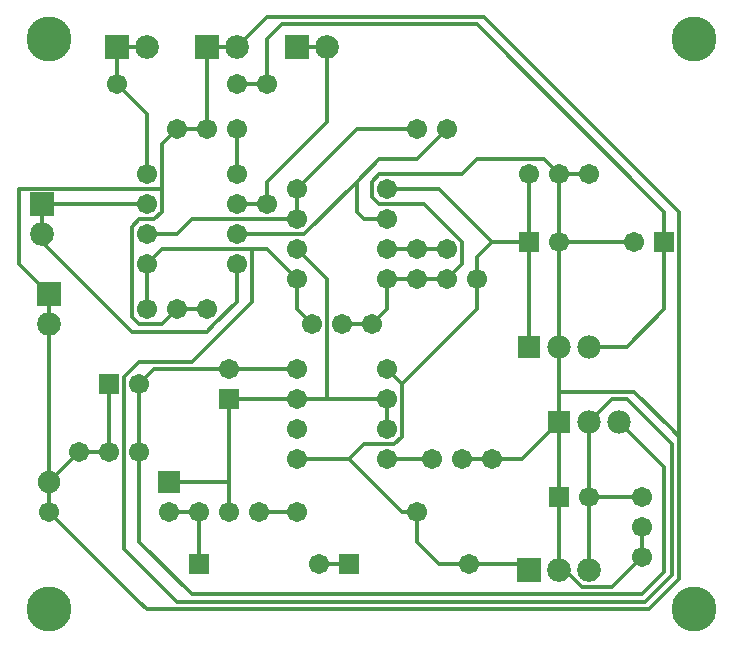
<source format=gbr>
G04 #@! TF.FileFunction,Copper,L2,Bot,Signal*
%FSLAX46Y46*%
G04 Gerber Fmt 4.6, Leading zero omitted, Abs format (unit mm)*
G04 Created by KiCad (PCBNEW 4.0.1-stable) date 04/27/17 14:33:25*
%MOMM*%
G01*
G04 APERTURE LIST*
%ADD10C,0.100000*%
%ADD11R,1.716000X1.716000*%
%ADD12C,1.716000*%
%ADD13R,1.916000X1.916000*%
%ADD14C,1.916000*%
%ADD15R,2.016000X2.016000*%
%ADD16C,2.016000*%
%ADD17C,1.989000*%
%ADD18R,1.989000X1.989000*%
%ADD19C,3.800000*%
%ADD20C,0.304800*%
G04 APERTURE END LIST*
D10*
D11*
X186690000Y-75565000D03*
D12*
X189230000Y-75565000D03*
X186690000Y-69850000D03*
X189230000Y-69850000D03*
X191770000Y-69850000D03*
X182245000Y-78740000D03*
X179705000Y-78740000D03*
X177165000Y-78740000D03*
X161925000Y-66040000D03*
X159385000Y-66040000D03*
X156845000Y-66040000D03*
D11*
X198120000Y-75565000D03*
D12*
X195580000Y-75565000D03*
X178435000Y-93980000D03*
X180975000Y-93980000D03*
X183515000Y-93980000D03*
D11*
X189230000Y-97155000D03*
D12*
X191770000Y-97155000D03*
X196215000Y-97155000D03*
X196215000Y-99695000D03*
X196215000Y-102235000D03*
X168275000Y-82550000D03*
X170815000Y-82550000D03*
X173355000Y-82550000D03*
X154305000Y-81280000D03*
X156845000Y-81280000D03*
X159385000Y-81280000D03*
D11*
X151130000Y-87630000D03*
D12*
X153670000Y-87630000D03*
X153670000Y-93345000D03*
X151130000Y-93345000D03*
X148590000Y-93345000D03*
D11*
X161290000Y-88900000D03*
D12*
X161290000Y-86360000D03*
D11*
X171450520Y-102867460D03*
D12*
X181610000Y-102870000D03*
D11*
X158750520Y-102867460D03*
D12*
X168910000Y-102870000D03*
D13*
X156209480Y-95887540D03*
D14*
X146050000Y-95885000D03*
D15*
X186690000Y-103378000D03*
D16*
X189230000Y-103378000D03*
X191770000Y-103378000D03*
D15*
X145415000Y-72390000D03*
D16*
X145415000Y-74930000D03*
D15*
X146050000Y-80010000D03*
D16*
X146050000Y-82550000D03*
D15*
X151765000Y-59055000D03*
D16*
X154305000Y-59055000D03*
D15*
X159385000Y-59055000D03*
D16*
X161925000Y-59055000D03*
D15*
X167005000Y-59055000D03*
D16*
X169545000Y-59055000D03*
D12*
X161290000Y-98425000D03*
X163830000Y-98425000D03*
X158750000Y-98425000D03*
X177165000Y-98425000D03*
X167005000Y-98425000D03*
X146050000Y-98425000D03*
X156210000Y-98425000D03*
X177165000Y-76200000D03*
X177165000Y-66040000D03*
X179705000Y-66040000D03*
X179705000Y-76200000D03*
X151765000Y-62230000D03*
X161925000Y-62230000D03*
X164465000Y-72390000D03*
X164465000Y-62230000D03*
X167005000Y-86360000D03*
X167005000Y-88900000D03*
X167005000Y-91440000D03*
X167005000Y-93980000D03*
X174625000Y-93980000D03*
X174625000Y-91440000D03*
X174625000Y-88900000D03*
X174625000Y-86360000D03*
X167005000Y-71120000D03*
X167005000Y-73660000D03*
X167005000Y-76200000D03*
X167005000Y-78740000D03*
X174625000Y-78740000D03*
X174625000Y-76200000D03*
X174625000Y-73660000D03*
X174625000Y-71120000D03*
X154305000Y-69850000D03*
X154305000Y-72390000D03*
X154305000Y-74930000D03*
X154305000Y-77470000D03*
X161925000Y-77470000D03*
X161925000Y-74930000D03*
X161925000Y-72390000D03*
X161925000Y-69850000D03*
D17*
X189230000Y-84455000D03*
D18*
X186690000Y-84455000D03*
D17*
X191770000Y-84455000D03*
X191770000Y-90805000D03*
D18*
X189230000Y-90805000D03*
D17*
X194310000Y-90805000D03*
D19*
X200660000Y-106680000D03*
X146050000Y-106680000D03*
X146050000Y-58420000D03*
X200660000Y-58420000D03*
D20*
X174625000Y-71120000D02*
X179070000Y-71120000D01*
X179070000Y-71120000D02*
X183515000Y-75565000D01*
X181610000Y-102870000D02*
X186690000Y-102870000D01*
X186690000Y-75565000D02*
X183515000Y-75565000D01*
X183515000Y-75565000D02*
X182245000Y-76835000D01*
X186690000Y-75565000D02*
X186690000Y-84455000D01*
X186690000Y-75565000D02*
X186690000Y-69850000D01*
X182245000Y-78740000D02*
X182245000Y-81280000D01*
X182245000Y-78740000D02*
X182245000Y-76835000D01*
X161925000Y-66040000D02*
X161925000Y-69850000D01*
X182245000Y-81280000D02*
X175895000Y-87630000D01*
X177165000Y-98425000D02*
X175895000Y-98425000D01*
X175895000Y-98425000D02*
X171450000Y-93980000D01*
X181610000Y-102870000D02*
X179070000Y-102870000D01*
X177165000Y-100965000D02*
X177165000Y-98425000D01*
X179070000Y-102870000D02*
X177165000Y-100965000D01*
X167005000Y-93980000D02*
X171450000Y-93980000D01*
X175895000Y-87630000D02*
X174625000Y-86360000D01*
X171450000Y-93980000D02*
X172720000Y-92710000D01*
X175895000Y-92075000D02*
X175895000Y-87630000D01*
X175260000Y-92710000D02*
X175895000Y-92075000D01*
X172720000Y-92710000D02*
X175260000Y-92710000D01*
X199390000Y-92075000D02*
X199390000Y-73025000D01*
X164465000Y-56515000D02*
X161925000Y-59055000D01*
X182880000Y-56515000D02*
X164465000Y-56515000D01*
X199390000Y-73025000D02*
X182880000Y-56515000D01*
X196215000Y-106680000D02*
X196850000Y-106680000D01*
X199390000Y-104140000D02*
X199390000Y-103505000D01*
X196850000Y-106680000D02*
X199390000Y-104140000D01*
X199390000Y-92075000D02*
X198755000Y-91440000D01*
X199390000Y-103505000D02*
X199390000Y-92075000D01*
X153670000Y-106045000D02*
X154305000Y-106680000D01*
X154305000Y-106680000D02*
X196215000Y-106680000D01*
X146050000Y-98425000D02*
X153670000Y-106045000D01*
X195580000Y-88265000D02*
X189230000Y-88265000D01*
X198755000Y-91440000D02*
X195580000Y-88265000D01*
X159385000Y-66040000D02*
X159385000Y-59055000D01*
X146050000Y-82550000D02*
X146050000Y-95885000D01*
X143510000Y-71120000D02*
X143510000Y-77470000D01*
X143510000Y-77470000D02*
X146050000Y-80010000D01*
X146050000Y-80010000D02*
X146050000Y-82550000D01*
X175895000Y-72390000D02*
X173990000Y-72390000D01*
X173990000Y-72390000D02*
X173355000Y-71755000D01*
X173355000Y-71755000D02*
X173355000Y-70485000D01*
X173355000Y-70485000D02*
X173990000Y-69850000D01*
X173990000Y-69850000D02*
X180975000Y-69850000D01*
X180975000Y-69850000D02*
X182245000Y-68580000D01*
X179705000Y-78740000D02*
X180975000Y-77470000D01*
X177800000Y-72390000D02*
X175895000Y-72390000D01*
X180975000Y-75565000D02*
X177800000Y-72390000D01*
X180975000Y-77470000D02*
X180975000Y-75565000D01*
X187960000Y-68580000D02*
X189230000Y-69850000D01*
X182245000Y-68580000D02*
X187960000Y-68580000D01*
X155575000Y-71120000D02*
X143510000Y-71120000D01*
X155575000Y-73025000D02*
X155575000Y-71120000D01*
X155575000Y-71120000D02*
X155575000Y-67310000D01*
X155575000Y-67310000D02*
X156845000Y-66040000D01*
X156845000Y-81280000D02*
X155575000Y-82550000D01*
X154940000Y-73660000D02*
X155575000Y-73025000D01*
X153670000Y-73660000D02*
X154940000Y-73660000D01*
X153035000Y-74295000D02*
X153670000Y-73660000D01*
X153035000Y-81915000D02*
X153035000Y-74295000D01*
X153670000Y-82550000D02*
X153035000Y-81915000D01*
X155575000Y-82550000D02*
X153670000Y-82550000D01*
X183515000Y-93980000D02*
X186055000Y-93980000D01*
X186055000Y-93980000D02*
X189230000Y-90805000D01*
X191770000Y-69850000D02*
X189230000Y-69850000D01*
X189230000Y-69850000D02*
X189230000Y-75565000D01*
X151130000Y-87630000D02*
X151130000Y-93345000D01*
X151130000Y-93345000D02*
X148590000Y-93345000D01*
X148590000Y-93345000D02*
X146050000Y-95885000D01*
X196215000Y-99695000D02*
X196215000Y-102235000D01*
X196215000Y-102235000D02*
X193675000Y-104775000D01*
X193675000Y-104775000D02*
X191135000Y-104775000D01*
X191135000Y-104775000D02*
X189230000Y-102870000D01*
X189230000Y-84455000D02*
X189230000Y-75565000D01*
X189230000Y-75565000D02*
X195580000Y-75565000D01*
X189230000Y-102870000D02*
X189230000Y-97155000D01*
X189230000Y-97155000D02*
X189230000Y-90805000D01*
X189230000Y-90805000D02*
X189230000Y-88265000D01*
X189230000Y-88265000D02*
X189230000Y-84455000D01*
X180975000Y-93980000D02*
X183515000Y-93980000D01*
X179705000Y-78740000D02*
X177165000Y-78740000D01*
X177165000Y-78740000D02*
X174625000Y-78740000D01*
X146050000Y-98425000D02*
X146050000Y-95885000D01*
X159385000Y-59055000D02*
X161925000Y-59055000D01*
X159385000Y-66040000D02*
X156845000Y-66040000D01*
X156845000Y-81280000D02*
X159385000Y-81280000D01*
X170815000Y-82550000D02*
X173355000Y-82550000D01*
X173355000Y-82550000D02*
X174625000Y-81280000D01*
X174625000Y-81280000D02*
X174625000Y-78740000D01*
X164465000Y-62230000D02*
X164465000Y-58420000D01*
X198120000Y-73025000D02*
X198120000Y-75565000D01*
X182245000Y-57150000D02*
X198120000Y-73025000D01*
X165735000Y-57150000D02*
X182245000Y-57150000D01*
X164465000Y-58420000D02*
X165735000Y-57150000D01*
X161925000Y-62230000D02*
X164465000Y-62230000D01*
X191770000Y-84455000D02*
X194945000Y-84455000D01*
X194945000Y-84455000D02*
X198120000Y-81280000D01*
X198120000Y-81280000D02*
X198120000Y-75565000D01*
X178435000Y-93980000D02*
X174625000Y-93980000D01*
X191770000Y-90805000D02*
X193040000Y-89535000D01*
X163195000Y-80645000D02*
X158115000Y-85725000D01*
X158115000Y-85725000D02*
X153670000Y-85725000D01*
X153670000Y-85725000D02*
X152400000Y-86995000D01*
X152400000Y-86995000D02*
X152400000Y-101600000D01*
X163195000Y-80645000D02*
X163195000Y-76200000D01*
X156845000Y-106045000D02*
X152400000Y-101600000D01*
X196469000Y-106045000D02*
X156845000Y-106045000D01*
X198755000Y-103759000D02*
X196469000Y-106045000D01*
X198755000Y-92710000D02*
X198755000Y-103759000D01*
X194945000Y-88900000D02*
X198755000Y-92710000D01*
X193675000Y-88900000D02*
X194945000Y-88900000D01*
X193040000Y-89535000D02*
X193675000Y-88900000D01*
X196215000Y-97155000D02*
X191770000Y-97155000D01*
X191770000Y-90805000D02*
X191770000Y-97155000D01*
X191770000Y-97155000D02*
X191770000Y-102870000D01*
X154305000Y-77470000D02*
X155575000Y-76200000D01*
X155575000Y-76200000D02*
X163195000Y-76200000D01*
X164465000Y-76200000D02*
X167005000Y-78740000D01*
X163195000Y-76200000D02*
X164465000Y-76200000D01*
X154305000Y-77470000D02*
X154305000Y-81280000D01*
X168275000Y-82550000D02*
X167005000Y-81280000D01*
X167005000Y-81280000D02*
X167005000Y-78740000D01*
X153670000Y-93345000D02*
X153670000Y-100965000D01*
X198120000Y-94615000D02*
X194310000Y-90805000D01*
X198120000Y-103505000D02*
X198120000Y-94615000D01*
X196215000Y-105410000D02*
X198120000Y-103505000D01*
X158115000Y-105410000D02*
X196215000Y-105410000D01*
X153670000Y-100965000D02*
X158115000Y-105410000D01*
X161290000Y-86360000D02*
X154940000Y-86360000D01*
X154940000Y-86360000D02*
X153670000Y-87630000D01*
X153670000Y-87630000D02*
X153670000Y-93345000D01*
X167005000Y-86360000D02*
X161290000Y-86360000D01*
X156209480Y-95887540D02*
X161290000Y-95887540D01*
X161290000Y-95887540D02*
X161290000Y-95885000D01*
X167005000Y-76200000D02*
X169545000Y-78740000D01*
X169545000Y-78740000D02*
X169545000Y-88900000D01*
X161290000Y-98425000D02*
X161290000Y-95885000D01*
X161290000Y-95885000D02*
X161290000Y-93983060D01*
X161290000Y-93983060D02*
X161290000Y-88900000D01*
X161290000Y-88900000D02*
X167005000Y-88900000D01*
X167005000Y-88900000D02*
X169545000Y-88900000D01*
X169545000Y-88900000D02*
X174625000Y-88900000D01*
X174625000Y-88900000D02*
X174625000Y-91440000D01*
X171450520Y-102867460D02*
X168912540Y-102867460D01*
X168912540Y-102867460D02*
X168910000Y-102870000D01*
X158750520Y-102867460D02*
X158750520Y-98425520D01*
X158750520Y-98425520D02*
X158750000Y-98425000D01*
X158750000Y-98425000D02*
X156210000Y-98425000D01*
X145415000Y-74930000D02*
X145415000Y-72390000D01*
X145415000Y-72390000D02*
X154305000Y-72390000D01*
X160020000Y-82550000D02*
X159385000Y-83185000D01*
X153035000Y-83185000D02*
X144780000Y-74930000D01*
X159385000Y-83185000D02*
X153035000Y-83185000D01*
X161925000Y-77470000D02*
X161925000Y-80645000D01*
X161925000Y-80645000D02*
X160020000Y-82550000D01*
X154305000Y-69850000D02*
X154305000Y-64770000D01*
X154305000Y-64770000D02*
X151765000Y-62230000D01*
X151765000Y-62230000D02*
X151765000Y-59055000D01*
X151765000Y-59055000D02*
X154305000Y-59055000D01*
X169545000Y-59055000D02*
X169545000Y-65405000D01*
X164465000Y-70485000D02*
X164465000Y-72390000D01*
X169545000Y-65405000D02*
X164465000Y-70485000D01*
X167005000Y-59055000D02*
X169545000Y-59055000D01*
X161925000Y-72390000D02*
X164465000Y-72390000D01*
X163830000Y-98425000D02*
X167005000Y-98425000D01*
X179705000Y-76200000D02*
X177165000Y-76200000D01*
X177165000Y-76200000D02*
X174625000Y-76200000D01*
X154305000Y-74930000D02*
X156845000Y-74930000D01*
X158115000Y-73660000D02*
X167005000Y-73660000D01*
X156845000Y-74930000D02*
X158115000Y-73660000D01*
X177165000Y-66040000D02*
X172085000Y-66040000D01*
X172085000Y-66040000D02*
X167005000Y-71120000D01*
X167005000Y-71120000D02*
X167005000Y-73660000D01*
X172085000Y-71120000D02*
X172085000Y-70485000D01*
X167640000Y-74930000D02*
X172085000Y-70485000D01*
X172085000Y-70485000D02*
X173990000Y-68580000D01*
X173990000Y-68580000D02*
X174625000Y-68580000D01*
X174625000Y-73660000D02*
X172720000Y-73660000D01*
X172085000Y-73025000D02*
X172085000Y-71120000D01*
X172720000Y-73660000D02*
X172085000Y-73025000D01*
X174625000Y-68580000D02*
X177165000Y-68580000D01*
X177165000Y-68580000D02*
X179705000Y-66040000D01*
X161925000Y-74930000D02*
X167640000Y-74930000D01*
M02*

</source>
